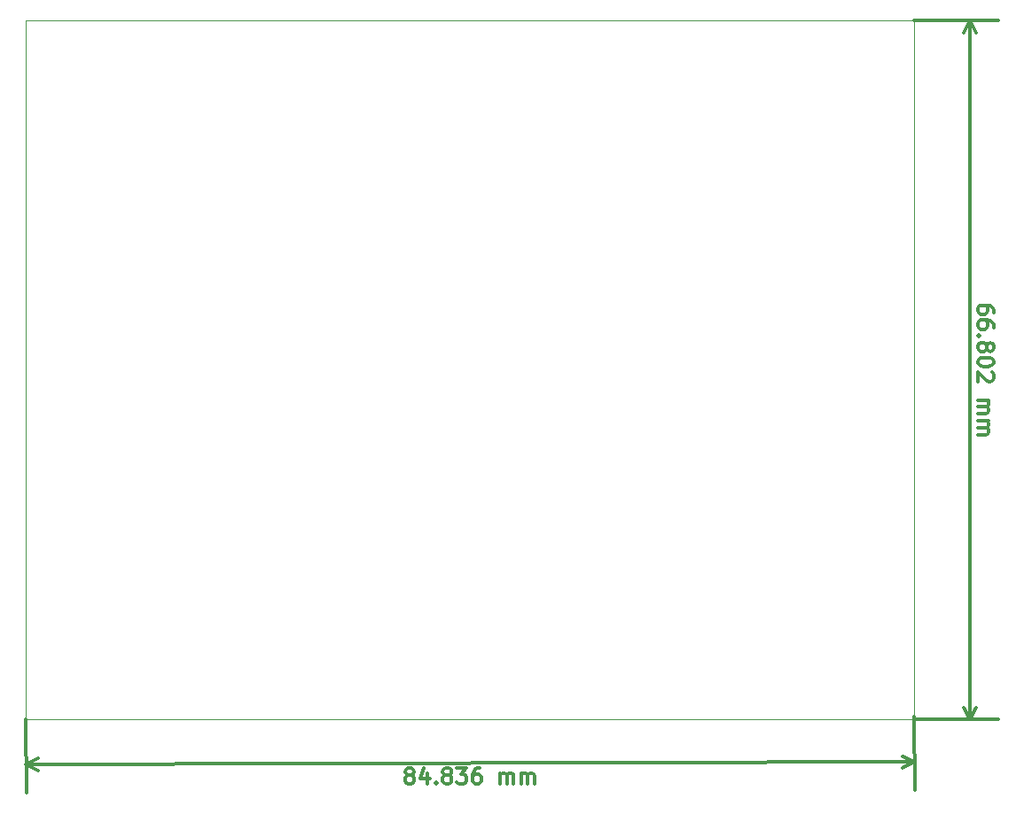
<source format=gbr>
G04 (created by PCBNEW (2013-07-07 BZR 4022)-stable) date 5/6/2015 4:58:16 PM*
%MOIN*%
G04 Gerber Fmt 3.4, Leading zero omitted, Abs format*
%FSLAX34Y34*%
G01*
G70*
G90*
G04 APERTURE LIST*
%ADD10C,0.00590551*%
%ADD11C,0.011811*%
%ADD12C,0.00393701*%
G04 APERTURE END LIST*
G54D10*
G54D11*
X62172Y-66986D02*
X62116Y-66958D01*
X62087Y-66930D01*
X62059Y-66874D01*
X62059Y-66846D01*
X62087Y-66790D01*
X62115Y-66761D01*
X62171Y-66733D01*
X62284Y-66733D01*
X62340Y-66761D01*
X62368Y-66789D01*
X62397Y-66845D01*
X62397Y-66873D01*
X62369Y-66930D01*
X62341Y-66958D01*
X62284Y-66986D01*
X62172Y-66986D01*
X62116Y-67015D01*
X62088Y-67043D01*
X62060Y-67099D01*
X62060Y-67211D01*
X62088Y-67268D01*
X62116Y-67296D01*
X62173Y-67324D01*
X62285Y-67324D01*
X62341Y-67295D01*
X62369Y-67267D01*
X62397Y-67211D01*
X62397Y-67098D01*
X62369Y-67042D01*
X62341Y-67014D01*
X62284Y-66986D01*
X62903Y-66929D02*
X62904Y-67323D01*
X62762Y-66704D02*
X62622Y-67126D01*
X62988Y-67126D01*
X63213Y-67266D02*
X63241Y-67294D01*
X63213Y-67322D01*
X63185Y-67294D01*
X63213Y-67266D01*
X63213Y-67322D01*
X63578Y-66984D02*
X63522Y-66956D01*
X63494Y-66928D01*
X63465Y-66872D01*
X63465Y-66843D01*
X63493Y-66787D01*
X63521Y-66759D01*
X63578Y-66731D01*
X63690Y-66731D01*
X63746Y-66759D01*
X63775Y-66787D01*
X63803Y-66843D01*
X63803Y-66871D01*
X63775Y-66927D01*
X63747Y-66955D01*
X63690Y-66984D01*
X63578Y-66984D01*
X63522Y-67012D01*
X63494Y-67040D01*
X63466Y-67097D01*
X63466Y-67209D01*
X63494Y-67265D01*
X63522Y-67293D01*
X63579Y-67321D01*
X63691Y-67321D01*
X63747Y-67293D01*
X63775Y-67265D01*
X63803Y-67208D01*
X63803Y-67096D01*
X63775Y-67040D01*
X63747Y-67012D01*
X63690Y-66984D01*
X63999Y-66730D02*
X64365Y-66729D01*
X64169Y-66955D01*
X64253Y-66955D01*
X64309Y-66983D01*
X64337Y-67011D01*
X64366Y-67067D01*
X64366Y-67207D01*
X64338Y-67264D01*
X64310Y-67292D01*
X64254Y-67320D01*
X64085Y-67320D01*
X64028Y-67292D01*
X64000Y-67264D01*
X64871Y-66729D02*
X64759Y-66729D01*
X64702Y-66757D01*
X64674Y-66785D01*
X64618Y-66870D01*
X64590Y-66982D01*
X64591Y-67207D01*
X64619Y-67263D01*
X64647Y-67291D01*
X64703Y-67319D01*
X64816Y-67319D01*
X64872Y-67291D01*
X64900Y-67263D01*
X64928Y-67206D01*
X64928Y-67066D01*
X64900Y-67010D01*
X64872Y-66982D01*
X64815Y-66954D01*
X64703Y-66954D01*
X64647Y-66982D01*
X64619Y-67010D01*
X64591Y-67066D01*
X65631Y-67318D02*
X65631Y-66924D01*
X65631Y-66980D02*
X65659Y-66952D01*
X65715Y-66924D01*
X65799Y-66924D01*
X65856Y-66952D01*
X65884Y-67008D01*
X65885Y-67317D01*
X65884Y-67008D02*
X65912Y-66952D01*
X65968Y-66923D01*
X66053Y-66923D01*
X66109Y-66951D01*
X66137Y-67008D01*
X66138Y-67317D01*
X66419Y-67316D02*
X66418Y-66923D01*
X66418Y-66979D02*
X66446Y-66951D01*
X66503Y-66923D01*
X66587Y-66922D01*
X66643Y-66950D01*
X66671Y-67007D01*
X66672Y-67316D01*
X66671Y-67007D02*
X66699Y-66950D01*
X66756Y-66922D01*
X66840Y-66922D01*
X66896Y-66950D01*
X66925Y-67006D01*
X66925Y-67315D01*
X47805Y-66599D02*
X81205Y-66499D01*
X47800Y-64900D02*
X47808Y-67662D01*
X81200Y-64800D02*
X81208Y-67562D01*
X81205Y-66499D02*
X80762Y-66731D01*
X81205Y-66499D02*
X80760Y-66270D01*
X47805Y-66599D02*
X48249Y-66829D01*
X47805Y-66599D02*
X48247Y-66367D01*
X84183Y-49584D02*
X84183Y-49472D01*
X84154Y-49415D01*
X84126Y-49387D01*
X84042Y-49331D01*
X83929Y-49303D01*
X83704Y-49303D01*
X83648Y-49331D01*
X83620Y-49359D01*
X83592Y-49415D01*
X83592Y-49528D01*
X83620Y-49584D01*
X83648Y-49612D01*
X83704Y-49640D01*
X83845Y-49640D01*
X83901Y-49612D01*
X83929Y-49584D01*
X83958Y-49528D01*
X83958Y-49415D01*
X83929Y-49359D01*
X83901Y-49331D01*
X83845Y-49303D01*
X84183Y-50147D02*
X84183Y-50034D01*
X84154Y-49978D01*
X84126Y-49950D01*
X84042Y-49893D01*
X83929Y-49865D01*
X83704Y-49865D01*
X83648Y-49893D01*
X83620Y-49922D01*
X83592Y-49978D01*
X83592Y-50090D01*
X83620Y-50147D01*
X83648Y-50175D01*
X83704Y-50203D01*
X83845Y-50203D01*
X83901Y-50175D01*
X83929Y-50147D01*
X83958Y-50090D01*
X83958Y-49978D01*
X83929Y-49922D01*
X83901Y-49893D01*
X83845Y-49865D01*
X83648Y-50456D02*
X83620Y-50484D01*
X83592Y-50456D01*
X83620Y-50428D01*
X83648Y-50456D01*
X83592Y-50456D01*
X83929Y-50821D02*
X83958Y-50765D01*
X83986Y-50737D01*
X84042Y-50709D01*
X84070Y-50709D01*
X84126Y-50737D01*
X84154Y-50765D01*
X84183Y-50821D01*
X84183Y-50934D01*
X84154Y-50990D01*
X84126Y-51018D01*
X84070Y-51046D01*
X84042Y-51046D01*
X83986Y-51018D01*
X83958Y-50990D01*
X83929Y-50934D01*
X83929Y-50821D01*
X83901Y-50765D01*
X83873Y-50737D01*
X83817Y-50709D01*
X83704Y-50709D01*
X83648Y-50737D01*
X83620Y-50765D01*
X83592Y-50821D01*
X83592Y-50934D01*
X83620Y-50990D01*
X83648Y-51018D01*
X83704Y-51046D01*
X83817Y-51046D01*
X83873Y-51018D01*
X83901Y-50990D01*
X83929Y-50934D01*
X84183Y-51412D02*
X84183Y-51468D01*
X84154Y-51525D01*
X84126Y-51553D01*
X84070Y-51581D01*
X83958Y-51609D01*
X83817Y-51609D01*
X83704Y-51581D01*
X83648Y-51553D01*
X83620Y-51525D01*
X83592Y-51468D01*
X83592Y-51412D01*
X83620Y-51356D01*
X83648Y-51328D01*
X83704Y-51300D01*
X83817Y-51271D01*
X83958Y-51271D01*
X84070Y-51300D01*
X84126Y-51328D01*
X84154Y-51356D01*
X84183Y-51412D01*
X84126Y-51834D02*
X84154Y-51862D01*
X84183Y-51918D01*
X84183Y-52059D01*
X84154Y-52115D01*
X84126Y-52143D01*
X84070Y-52171D01*
X84014Y-52171D01*
X83929Y-52143D01*
X83592Y-51806D01*
X83592Y-52171D01*
X83592Y-52874D02*
X83986Y-52874D01*
X83929Y-52874D02*
X83958Y-52902D01*
X83986Y-52959D01*
X83986Y-53043D01*
X83958Y-53099D01*
X83901Y-53127D01*
X83592Y-53127D01*
X83901Y-53127D02*
X83958Y-53156D01*
X83986Y-53212D01*
X83986Y-53296D01*
X83958Y-53352D01*
X83901Y-53381D01*
X83592Y-53381D01*
X83592Y-53662D02*
X83986Y-53662D01*
X83929Y-53662D02*
X83958Y-53690D01*
X83986Y-53746D01*
X83986Y-53830D01*
X83958Y-53887D01*
X83901Y-53915D01*
X83592Y-53915D01*
X83901Y-53915D02*
X83958Y-53943D01*
X83986Y-53999D01*
X83986Y-54084D01*
X83958Y-54140D01*
X83901Y-54168D01*
X83592Y-54168D01*
X83299Y-38600D02*
X83299Y-64900D01*
X81200Y-38600D02*
X84362Y-38600D01*
X81200Y-64900D02*
X84362Y-64900D01*
X83299Y-64900D02*
X83069Y-64456D01*
X83299Y-64900D02*
X83530Y-64456D01*
X83299Y-38600D02*
X83069Y-39043D01*
X83299Y-38600D02*
X83530Y-39043D01*
G54D12*
X81200Y-38600D02*
X81200Y-39600D01*
X80400Y-38600D02*
X81200Y-38600D01*
X80400Y-64900D02*
X81200Y-64900D01*
X48300Y-64900D02*
X47800Y-64900D01*
X47800Y-38600D02*
X48200Y-38600D01*
X47800Y-39600D02*
X47800Y-38600D01*
X48500Y-64900D02*
X49400Y-64900D01*
X48200Y-64900D02*
X48700Y-64900D01*
X48700Y-64900D02*
X48200Y-64900D01*
X48600Y-64900D02*
X48200Y-64900D01*
X48400Y-64900D02*
X48200Y-64900D01*
X48900Y-64900D02*
X48200Y-64900D01*
X47800Y-39500D02*
X47800Y-64900D01*
X80400Y-38600D02*
X48200Y-38600D01*
X81200Y-64900D02*
X81200Y-39600D01*
X48900Y-64900D02*
X80400Y-64900D01*
M02*

</source>
